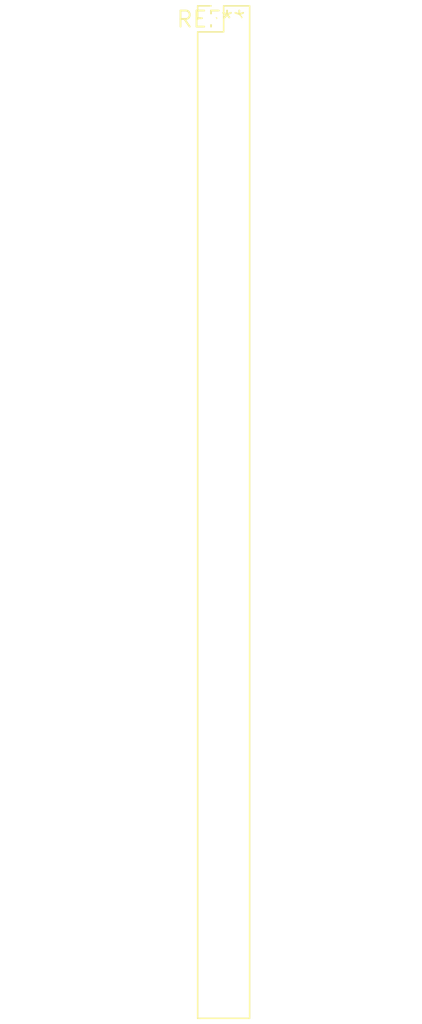
<source format=kicad_pcb>
(kicad_pcb (version 20240108) (generator pcbnew)
  (layers (0 "F.Cu" signal) (31 "B.Cu" signal) (34 "B.Paste" user) (35 "F.Paste" user) (36 "B.SilkS" user "B.Silkscreen") (37 "F.SilkS" user "F.Silkscreen") (38 "B.Mask" user) (39 "F.Mask" user) (44 "Edge.Cuts" user))
  (net 0 "")
  (footprint "PinHeader_2x40_P2.00mm_Vertical" (layer "F.Cu") (at 0 0)
    (property "Reference" "REF**")
    (property "Value" "PinHeader_2x40_P2.00mm_Vertical")
    (fp_line (start -1.06 -1.06) (end 0 -1.06) (layer "F.SilkS") (stroke (width 0.12)))
    (fp_line (start -1.06 0) (end -1.06 -1.06) (layer "F.SilkS") (stroke (width 0.12)))
    (fp_line (start -1.06 1) (end -1.06 79.06) (layer "F.SilkS") (stroke (width 0.12)))
    (fp_line (start -1.06 1) (end 1 1) (layer "F.SilkS") (stroke (width 0.12)))
    (fp_line (start -1.06 79.06) (end 3.06 79.06) (layer "F.SilkS") (stroke (width 0.12)))
    (fp_line (start 1 -1.06) (end 3.06 -1.06) (layer "F.SilkS") (stroke (width 0.12)))
    (fp_line (start 1 1) (end 1 -1.06) (layer "F.SilkS") (stroke (width 0.12)))
    (fp_line (start 3.06 -1.06) (end 3.06 79.06) (layer "F.SilkS") (stroke (width 0.12)))
    (pad "1" thru_hole rect (at 0 0) (size 1.35 1.35) (drill 0.8) (layers *.Cu *.Mask) (remove_unused_layers))
    (pad "2" thru_hole oval (at 2 0) (size 1.35 1.35) (drill 0.8) (layers *.Cu *.Mask) (remove_unused_layers))
    (pad "3" thru_hole oval (at 0 2) (size 1.35 1.35) (drill 0.8) (layers *.Cu *.Mask) (remove_unused_layers))
    (pad "4" thru_hole oval (at 2 2) (size 1.35 1.35) (drill 0.8) (layers *.Cu *.Mask) (remove_unused_layers))
    (pad "5" thru_hole oval (at 0 4) (size 1.35 1.35) (drill 0.8) (layers *.Cu *.Mask) (remove_unused_layers))
    (pad "6" thru_hole oval (at 2 4) (size 1.35 1.35) (drill 0.8) (layers *.Cu *.Mask) (remove_unused_layers))
    (pad "7" thru_hole oval (at 0 6) (size 1.35 1.35) (drill 0.8) (layers *.Cu *.Mask) (remove_unused_layers))
    (pad "8" thru_hole oval (at 2 6) (size 1.35 1.35) (drill 0.8) (layers *.Cu *.Mask) (remove_unused_layers))
    (pad "9" thru_hole oval (at 0 8) (size 1.35 1.35) (drill 0.8) (layers *.Cu *.Mask) (remove_unused_layers))
    (pad "10" thru_hole oval (at 2 8) (size 1.35 1.35) (drill 0.8) (layers *.Cu *.Mask) (remove_unused_layers))
    (pad "11" thru_hole oval (at 0 10) (size 1.35 1.35) (drill 0.8) (layers *.Cu *.Mask) (remove_unused_layers))
    (pad "12" thru_hole oval (at 2 10) (size 1.35 1.35) (drill 0.8) (layers *.Cu *.Mask) (remove_unused_layers))
    (pad "13" thru_hole oval (at 0 12) (size 1.35 1.35) (drill 0.8) (layers *.Cu *.Mask) (remove_unused_layers))
    (pad "14" thru_hole oval (at 2 12) (size 1.35 1.35) (drill 0.8) (layers *.Cu *.Mask) (remove_unused_layers))
    (pad "15" thru_hole oval (at 0 14) (size 1.35 1.35) (drill 0.8) (layers *.Cu *.Mask) (remove_unused_layers))
    (pad "16" thru_hole oval (at 2 14) (size 1.35 1.35) (drill 0.8) (layers *.Cu *.Mask) (remove_unused_layers))
    (pad "17" thru_hole oval (at 0 16) (size 1.35 1.35) (drill 0.8) (layers *.Cu *.Mask) (remove_unused_layers))
    (pad "18" thru_hole oval (at 2 16) (size 1.35 1.35) (drill 0.8) (layers *.Cu *.Mask) (remove_unused_layers))
    (pad "19" thru_hole oval (at 0 18) (size 1.35 1.35) (drill 0.8) (layers *.Cu *.Mask) (remove_unused_layers))
    (pad "20" thru_hole oval (at 2 18) (size 1.35 1.35) (drill 0.8) (layers *.Cu *.Mask) (remove_unused_layers))
    (pad "21" thru_hole oval (at 0 20) (size 1.35 1.35) (drill 0.8) (layers *.Cu *.Mask) (remove_unused_layers))
    (pad "22" thru_hole oval (at 2 20) (size 1.35 1.35) (drill 0.8) (layers *.Cu *.Mask) (remove_unused_layers))
    (pad "23" thru_hole oval (at 0 22) (size 1.35 1.35) (drill 0.8) (layers *.Cu *.Mask) (remove_unused_layers))
    (pad "24" thru_hole oval (at 2 22) (size 1.35 1.35) (drill 0.8) (layers *.Cu *.Mask) (remove_unused_layers))
    (pad "25" thru_hole oval (at 0 24) (size 1.35 1.35) (drill 0.8) (layers *.Cu *.Mask) (remove_unused_layers))
    (pad "26" thru_hole oval (at 2 24) (size 1.35 1.35) (drill 0.8) (layers *.Cu *.Mask) (remove_unused_layers))
    (pad "27" thru_hole oval (at 0 26) (size 1.35 1.35) (drill 0.8) (layers *.Cu *.Mask) (remove_unused_layers))
    (pad "28" thru_hole oval (at 2 26) (size 1.35 1.35) (drill 0.8) (layers *.Cu *.Mask) (remove_unused_layers))
    (pad "29" thru_hole oval (at 0 28) (size 1.35 1.35) (drill 0.8) (layers *.Cu *.Mask) (remove_unused_layers))
    (pad "30" thru_hole oval (at 2 28) (size 1.35 1.35) (drill 0.8) (layers *.Cu *.Mask) (remove_unused_layers))
    (pad "31" thru_hole oval (at 0 30) (size 1.35 1.35) (drill 0.8) (layers *.Cu *.Mask) (remove_unused_layers))
    (pad "32" thru_hole oval (at 2 30) (size 1.35 1.35) (drill 0.8) (layers *.Cu *.Mask) (remove_unused_layers))
    (pad "33" thru_hole oval (at 0 32) (size 1.35 1.35) (drill 0.8) (layers *.Cu *.Mask) (remove_unused_layers))
    (pad "34" thru_hole oval (at 2 32) (size 1.35 1.35) (drill 0.8) (layers *.Cu *.Mask) (remove_unused_layers))
    (pad "35" thru_hole oval (at 0 34) (size 1.35 1.35) (drill 0.8) (layers *.Cu *.Mask) (remove_unused_layers))
    (pad "36" thru_hole oval (at 2 34) (size 1.35 1.35) (drill 0.8) (layers *.Cu *.Mask) (remove_unused_layers))
    (pad "37" thru_hole oval (at 0 36) (size 1.35 1.35) (drill 0.8) (layers *.Cu *.Mask) (remove_unused_layers))
    (pad "38" thru_hole oval (at 2 36) (size 1.35 1.35) (drill 0.8) (layers *.Cu *.Mask) (remove_unused_layers))
    (pad "39" thru_hole oval (at 0 38) (size 1.35 1.35) (drill 0.8) (layers *.Cu *.Mask) (remove_unused_layers))
    (pad "40" thru_hole oval (at 2 38) (size 1.35 1.35) (drill 0.8) (layers *.Cu *.Mask) (remove_unused_layers))
    (pad "41" thru_hole oval (at 0 40) (size 1.35 1.35) (drill 0.8) (layers *.Cu *.Mask) (remove_unused_layers))
    (pad "42" thru_hole oval (at 2 40) (size 1.35 1.35) (drill 0.8) (layers *.Cu *.Mask) (remove_unused_layers))
    (pad "43" thru_hole oval (at 0 42) (size 1.35 1.35) (drill 0.8) (layers *.Cu *.Mask) (remove_unused_layers))
    (pad "44" thru_hole oval (at 2 42) (size 1.35 1.35) (drill 0.8) (layers *.Cu *.Mask) (remove_unused_layers))
    (pad "45" thru_hole oval (at 0 44) (size 1.35 1.35) (drill 0.8) (layers *.Cu *.Mask) (remove_unused_layers))
    (pad "46" thru_hole oval (at 2 44) (size 1.35 1.35) (drill 0.8) (layers *.Cu *.Mask) (remove_unused_layers))
    (pad "47" thru_hole oval (at 0 46) (size 1.35 1.35) (drill 0.8) (layers *.Cu *.Mask) (remove_unused_layers))
    (pad "48" thru_hole oval (at 2 46) (size 1.35 1.35) (drill 0.8) (layers *.Cu *.Mask) (remove_unused_layers))
    (pad "49" thru_hole oval (at 0 48) (size 1.35 1.35) (drill 0.8) (layers *.Cu *.Mask) (remove_unused_layers))
    (pad "50" thru_hole oval (at 2 48) (size 1.35 1.35) (drill 0.8) (layers *.Cu *.Mask) (remove_unused_layers))
    (pad "51" thru_hole oval (at 0 50) (size 1.35 1.35) (drill 0.8) (layers *.Cu *.Mask) (remove_unused_layers))
    (pad "52" thru_hole oval (at 2 50) (size 1.35 1.35) (drill 0.8) (layers *.Cu *.Mask) (remove_unused_layers))
    (pad "53" thru_hole oval (at 0 52) (size 1.35 1.35) (drill 0.8) (layers *.Cu *.Mask) (remove_unused_layers))
    (pad "54" thru_hole oval (at 2 52) (size 1.35 1.35) (drill 0.8) (layers *.Cu *.Mask) (remove_unused_layers))
    (pad "55" thru_hole oval (at 0 54) (size 1.35 1.35) (drill 0.8) (layers *.Cu *.Mask) (remove_unused_layers))
    (pad "56" thru_hole oval (at 2 54) (size 1.35 1.35) (drill 0.8) (layers *.Cu *.Mask) (remove_unused_layers))
    (pad "57" thru_hole oval (at 0 56) (size 1.35 1.35) (drill 0.8) (layers *.Cu *.Mask) (remove_unused_layers))
    (pad "58" thru_hole oval (at 2 56) (size 1.35 1.35) (drill 0.8) (layers *.Cu *.Mask) (remove_unused_layers))
    (pad "59" thru_hole oval (at 0 58) (size 1.35 1.35) (drill 0.8) (layers *.Cu *.Mask) (remove_unused_layers))
    (pad "60" thru_hole oval (at 2 58) (size 1.35 1.35) (drill 0.8) (layers *.Cu *.Mask) (remove_unused_layers))
    (pad "61" thru_hole oval (at 0 60) (size 1.35 1.35) (drill 0.8) (layers *.Cu *.Mask) (remove_unused_layers))
    (pad "62" thru_hole oval (at 2 60) (size 1.35 1.35) (drill 0.8) (layers *.Cu *.Mask) (remove_unused_layers))
    (pad "63" thru_hole oval (at 0 62) (size 1.35 1.35) (drill 0.8) (layers *.Cu *.Mask) (remove_unused_layers))
    (pad "64" thru_hole oval (at 2 62) (size 1.35 1.35) (drill 0.8) (layers *.Cu *.Mask) (remove_unused_layers))
    (pad "65" thru_hole oval (at 0 64) (size 1.35 1.35) (drill 0.8) (layers *.Cu *.Mask) (remove_unused_layers))
    (pad "66" thru_hole oval (at 2 64) (size 1.35 1.35) (drill 0.8) (layers *.Cu *.Mask) (remove_unused_layers))
    (pad "67" thru_hole oval (at 0 66) (size 1.35 1.35) (drill 0.8) (layers *.Cu *.Mask) (remove_unused_layers))
    (pad "68" thru_hole oval (at 2 66) (size 1.35 1.35) (drill 0.8) (layers *.Cu *.Mask) (remove_unused_layers))
    (pad "69" thru_hole oval (at 0 68) (size 1.35 1.35) (drill 0.8) (layers *.Cu *.Mask) (remove_unused_layers))
    (pad "70" thru_hole oval (at 2 68) (size 1.35 1.35) (drill 0.8) (layers *.Cu *.Mask) (remove_unused_layers))
    (pad "71" thru_hole oval (at 0 70) (size 1.35 1.35) (drill 0.8) (layers *.Cu *.Mask) (remove_unused_layers))
    (pad "72" thru_hole oval (at 2 70) (size 1.35 1.35) (drill 0.8) (layers *.Cu *.Mask) (remove_unused_layers))
    (pad "73" thru_hole oval (at 0 72) (size 1.35 1.35) (drill 0.8) (layers *.Cu *.Mask) (remove_unused_layers))
    (pad "74" thru_hole oval (at 2 72) (size 1.35 1.35) (drill 0.8) (layers *.Cu *.Mask) (remove_unused_layers))
    (pad "75" thru_hole oval (at 0 74) (size 1.35 1.35) (drill 0.8) (layers *.Cu *.Mask) (remove_unused_layers))
    (pad "76" thru_hole oval (at 2 74) (size 1.35 1.35) (drill 0.8) (layers *.Cu *.Mask) (remove_unused_layers))
    (pad "77" thru_hole oval (at 0 76) (size 1.35 1.35) (drill 0.8) (layers *.Cu *.Mask) (remove_unused_layers))
    (pad "78" thru_hole oval (at 2 76) (size 1.35 1.35) (drill 0.8) (layers *.Cu *.Mask) (remove_unused_layers))
    (pad "79" thru_hole oval (at 0 78) (size 1.35 1.35) (drill 0.8) (layers *.Cu *.Mask) (remove_unused_layers))
    (pad "80" thru_hole oval (at 2 78) (size 1.35 1.35) (drill 0.8) (layers *.Cu *.Mask) (remove_unused_layers))
  )
)
</source>
